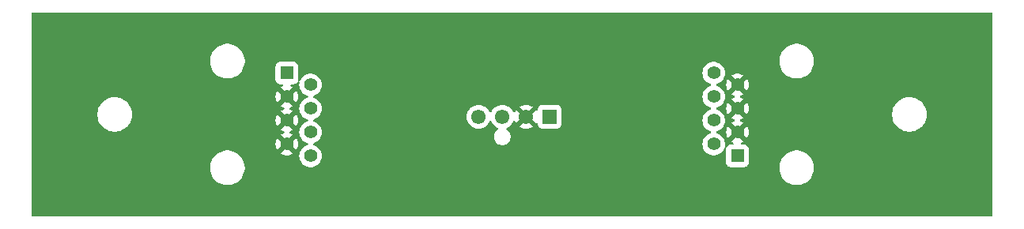
<source format=gbr>
%TF.GenerationSoftware,KiCad,Pcbnew,8.0.8*%
%TF.CreationDate,2025-03-10T16:10:23+01:00*%
%TF.ProjectId,DIYFAN _interface_V1,44495946-414e-4205-9f69-6e7465726661,rev?*%
%TF.SameCoordinates,Original*%
%TF.FileFunction,Copper,L1,Top*%
%TF.FilePolarity,Positive*%
%FSLAX46Y46*%
G04 Gerber Fmt 4.6, Leading zero omitted, Abs format (unit mm)*
G04 Created by KiCad (PCBNEW 8.0.8) date 2025-03-10 16:10:23*
%MOMM*%
%LPD*%
G01*
G04 APERTURE LIST*
%TA.AperFunction,ComponentPad*%
%ADD10C,1.400000*%
%TD*%
%TA.AperFunction,ComponentPad*%
%ADD11R,1.400000X1.400000*%
%TD*%
%TA.AperFunction,ComponentPad*%
%ADD12R,1.530000X1.530000*%
%TD*%
%TA.AperFunction,ComponentPad*%
%ADD13C,1.550000*%
%TD*%
G04 APERTURE END LIST*
D10*
%TO.P,J2,8,8*%
%TO.N,GND*%
X172842000Y-85725000D03*
%TO.P,J2,7,7*%
%TO.N,+12V*%
X175382000Y-86995000D03*
%TO.P,J2,6,6*%
%TO.N,GND*%
X172842000Y-88265000D03*
%TO.P,J2,5,5*%
%TO.N,+12V*%
X175382000Y-89535000D03*
%TO.P,J2,4,4*%
%TO.N,GND*%
X172842000Y-90805000D03*
%TO.P,J2,3,3*%
%TO.N,+12V*%
X175382000Y-92075000D03*
%TO.P,J2,2,2*%
%TO.N,unconnected-(J2-Pad2)*%
X172842000Y-93345000D03*
D11*
%TO.P,J2,1,1*%
%TO.N,PWM_D9*%
X175382000Y-94615000D03*
%TD*%
%TO.P,J1,1,1*%
%TO.N,PWM_D9*%
X127132000Y-85725000D03*
D10*
%TO.P,J1,2,2*%
%TO.N,unconnected-(J1-Pad2)*%
X129672000Y-86995000D03*
%TO.P,J1,3,3*%
%TO.N,+12V*%
X127132000Y-88265000D03*
%TO.P,J1,4,4*%
%TO.N,GND*%
X129672000Y-89535000D03*
%TO.P,J1,5,5*%
%TO.N,+12V*%
X127132000Y-90805000D03*
%TO.P,J1,6,6*%
%TO.N,GND*%
X129672000Y-92075000D03*
%TO.P,J1,7,7*%
%TO.N,+12V*%
X127132000Y-93345000D03*
%TO.P,J1,8,8*%
%TO.N,GND*%
X129672000Y-94615000D03*
%TD*%
D12*
%TO.P,J3,1,1*%
%TO.N,GND*%
X155286000Y-90415000D03*
D13*
%TO.P,J3,2,2*%
%TO.N,+12V*%
X152746000Y-90415000D03*
%TO.P,J3,3,3*%
%TO.N,unconnected-(J3-Pad3)*%
X150206000Y-90415000D03*
%TO.P,J3,4,4*%
%TO.N,PWM_D9*%
X147666000Y-90415000D03*
%TD*%
%TA.AperFunction,Conductor*%
%TO.N,+12V*%
G36*
X202642539Y-79260185D02*
G01*
X202688294Y-79312989D01*
X202699500Y-79364500D01*
X202699500Y-100975500D01*
X202679815Y-101042539D01*
X202627011Y-101088294D01*
X202575500Y-101099500D01*
X99938500Y-101099500D01*
X99871461Y-101079815D01*
X99825706Y-101027011D01*
X99814500Y-100975500D01*
X99814500Y-95763711D01*
X118931500Y-95763711D01*
X118931500Y-96006288D01*
X118963161Y-96246785D01*
X119025947Y-96481104D01*
X119118773Y-96705205D01*
X119118776Y-96705212D01*
X119240064Y-96915289D01*
X119240066Y-96915292D01*
X119240067Y-96915293D01*
X119387733Y-97107736D01*
X119387739Y-97107743D01*
X119559256Y-97279260D01*
X119559262Y-97279265D01*
X119751711Y-97426936D01*
X119961788Y-97548224D01*
X120185900Y-97641054D01*
X120420211Y-97703838D01*
X120600586Y-97727584D01*
X120660711Y-97735500D01*
X120660712Y-97735500D01*
X120903289Y-97735500D01*
X120951388Y-97729167D01*
X121143789Y-97703838D01*
X121378100Y-97641054D01*
X121602212Y-97548224D01*
X121812289Y-97426936D01*
X122004738Y-97279265D01*
X122176265Y-97107738D01*
X122323936Y-96915289D01*
X122445224Y-96705212D01*
X122538054Y-96481100D01*
X122600838Y-96246789D01*
X122632500Y-96006288D01*
X122632500Y-95763712D01*
X122631852Y-95758793D01*
X122607936Y-95577125D01*
X122600838Y-95523211D01*
X122538054Y-95288900D01*
X122445224Y-95064788D01*
X122323936Y-94854711D01*
X122176265Y-94662262D01*
X122176260Y-94662256D01*
X122004743Y-94490739D01*
X122004736Y-94490733D01*
X121812293Y-94343067D01*
X121812292Y-94343066D01*
X121812289Y-94343064D01*
X121602212Y-94221776D01*
X121500091Y-94179476D01*
X121378104Y-94128947D01*
X121143785Y-94066161D01*
X120903289Y-94034500D01*
X120903288Y-94034500D01*
X120660712Y-94034500D01*
X120660711Y-94034500D01*
X120420214Y-94066161D01*
X120185895Y-94128947D01*
X119961794Y-94221773D01*
X119961785Y-94221777D01*
X119751706Y-94343067D01*
X119559263Y-94490733D01*
X119559256Y-94490739D01*
X119387739Y-94662256D01*
X119387733Y-94662263D01*
X119240067Y-94854706D01*
X119118777Y-95064785D01*
X119118773Y-95064794D01*
X119025947Y-95288895D01*
X118963161Y-95523214D01*
X118931500Y-95763711D01*
X99814500Y-95763711D01*
X99814500Y-90048711D01*
X106861500Y-90048711D01*
X106861500Y-90291288D01*
X106893161Y-90531785D01*
X106955947Y-90766104D01*
X107048773Y-90990205D01*
X107048777Y-90990214D01*
X107051975Y-90995753D01*
X107170064Y-91200289D01*
X107170066Y-91200292D01*
X107170067Y-91200293D01*
X107317733Y-91392736D01*
X107317739Y-91392743D01*
X107489256Y-91564260D01*
X107489263Y-91564266D01*
X107587260Y-91639461D01*
X107681711Y-91711936D01*
X107891788Y-91833224D01*
X108115900Y-91926054D01*
X108350211Y-91988838D01*
X108530586Y-92012584D01*
X108590711Y-92020500D01*
X108590712Y-92020500D01*
X108833289Y-92020500D01*
X108881388Y-92014167D01*
X109073789Y-91988838D01*
X109308100Y-91926054D01*
X109532212Y-91833224D01*
X109742289Y-91711936D01*
X109934738Y-91564265D01*
X110106265Y-91392738D01*
X110253936Y-91200289D01*
X110375224Y-90990212D01*
X110468054Y-90766100D01*
X110530838Y-90531789D01*
X110562500Y-90291288D01*
X110562500Y-90048712D01*
X110530838Y-89808211D01*
X110468054Y-89573900D01*
X110375224Y-89349788D01*
X110253936Y-89139711D01*
X110106265Y-88947262D01*
X110106260Y-88947256D01*
X109934743Y-88775739D01*
X109934736Y-88775733D01*
X109742293Y-88628067D01*
X109742292Y-88628066D01*
X109742289Y-88628064D01*
X109532212Y-88506776D01*
X109483351Y-88486537D01*
X109308104Y-88413947D01*
X109164178Y-88375382D01*
X109073789Y-88351162D01*
X109073788Y-88351161D01*
X109073785Y-88351161D01*
X108833289Y-88319500D01*
X108833288Y-88319500D01*
X108590712Y-88319500D01*
X108590711Y-88319500D01*
X108350214Y-88351161D01*
X108115895Y-88413947D01*
X107891794Y-88506773D01*
X107891785Y-88506777D01*
X107681706Y-88628067D01*
X107489263Y-88775733D01*
X107489256Y-88775739D01*
X107317739Y-88947256D01*
X107317733Y-88947263D01*
X107170067Y-89139706D01*
X107170064Y-89139710D01*
X107170064Y-89139711D01*
X107161483Y-89154573D01*
X107048777Y-89349785D01*
X107048773Y-89349794D01*
X106955947Y-89573895D01*
X106893161Y-89808214D01*
X106861500Y-90048711D01*
X99814500Y-90048711D01*
X99814500Y-88264999D01*
X125926859Y-88264999D01*
X125926859Y-88265000D01*
X125947378Y-88486439D01*
X126008240Y-88700350D01*
X126107364Y-88899419D01*
X126107366Y-88899421D01*
X126123138Y-88920306D01*
X126689861Y-88353584D01*
X126712667Y-88438694D01*
X126771910Y-88541306D01*
X126855694Y-88625090D01*
X126958306Y-88684333D01*
X127043415Y-88707138D01*
X126478671Y-89271880D01*
X126594823Y-89343798D01*
X126594824Y-89343799D01*
X126789903Y-89419373D01*
X126845305Y-89461946D01*
X126868895Y-89527713D01*
X126853184Y-89595793D01*
X126803160Y-89644572D01*
X126789903Y-89650627D01*
X126594824Y-89726200D01*
X126594818Y-89726204D01*
X126478672Y-89798117D01*
X126478671Y-89798118D01*
X127043415Y-90362861D01*
X126958306Y-90385667D01*
X126855694Y-90444910D01*
X126771910Y-90528694D01*
X126712667Y-90631306D01*
X126689861Y-90716414D01*
X126123138Y-90149691D01*
X126123137Y-90149691D01*
X126107369Y-90170571D01*
X126008240Y-90369649D01*
X125947378Y-90583560D01*
X125926859Y-90804999D01*
X125926859Y-90805000D01*
X125947378Y-91026439D01*
X126008240Y-91240350D01*
X126107364Y-91439419D01*
X126107366Y-91439421D01*
X126123138Y-91460306D01*
X126689861Y-90893584D01*
X126712667Y-90978694D01*
X126771910Y-91081306D01*
X126855694Y-91165090D01*
X126958306Y-91224333D01*
X127043415Y-91247138D01*
X126478671Y-91811880D01*
X126594823Y-91883798D01*
X126594824Y-91883799D01*
X126789903Y-91959373D01*
X126845305Y-92001946D01*
X126868895Y-92067713D01*
X126853184Y-92135793D01*
X126803160Y-92184572D01*
X126789903Y-92190627D01*
X126594824Y-92266200D01*
X126594818Y-92266204D01*
X126478672Y-92338117D01*
X126478671Y-92338118D01*
X127043415Y-92902861D01*
X126958306Y-92925667D01*
X126855694Y-92984910D01*
X126771910Y-93068694D01*
X126712667Y-93171306D01*
X126689861Y-93256414D01*
X126123138Y-92689691D01*
X126123137Y-92689691D01*
X126107369Y-92710571D01*
X126008240Y-92909649D01*
X125947378Y-93123560D01*
X125926859Y-93344999D01*
X125926859Y-93345000D01*
X125947378Y-93566439D01*
X126008240Y-93780350D01*
X126107364Y-93979419D01*
X126107366Y-93979421D01*
X126123138Y-94000306D01*
X126689861Y-93433584D01*
X126712667Y-93518694D01*
X126771910Y-93621306D01*
X126855694Y-93705090D01*
X126958306Y-93764333D01*
X127043415Y-93787138D01*
X126478671Y-94351880D01*
X126594823Y-94423798D01*
X126594824Y-94423799D01*
X126802195Y-94504134D01*
X127020807Y-94545000D01*
X127243193Y-94545000D01*
X127461804Y-94504134D01*
X127669177Y-94423798D01*
X127669178Y-94423797D01*
X127785327Y-94351880D01*
X127220585Y-93787138D01*
X127305694Y-93764333D01*
X127408306Y-93705090D01*
X127492090Y-93621306D01*
X127551333Y-93518694D01*
X127574138Y-93433584D01*
X128140860Y-94000306D01*
X128140861Y-94000306D01*
X128156631Y-93979425D01*
X128156632Y-93979422D01*
X128255759Y-93780350D01*
X128316621Y-93566439D01*
X128337141Y-93345000D01*
X128337141Y-93344999D01*
X128316621Y-93123560D01*
X128255759Y-92909649D01*
X128156633Y-92710577D01*
X128156631Y-92710574D01*
X128140860Y-92689691D01*
X127574137Y-93256414D01*
X127551333Y-93171306D01*
X127492090Y-93068694D01*
X127408306Y-92984910D01*
X127305694Y-92925667D01*
X127220584Y-92902861D01*
X127785327Y-92338118D01*
X127785326Y-92338117D01*
X127669181Y-92266203D01*
X127669175Y-92266200D01*
X127474096Y-92190627D01*
X127418695Y-92148054D01*
X127395104Y-92082287D01*
X127410815Y-92014207D01*
X127460839Y-91965428D01*
X127474096Y-91959373D01*
X127669177Y-91883798D01*
X127669178Y-91883797D01*
X127785327Y-91811880D01*
X127220585Y-91247138D01*
X127305694Y-91224333D01*
X127408306Y-91165090D01*
X127492090Y-91081306D01*
X127551333Y-90978694D01*
X127574138Y-90893584D01*
X128140860Y-91460306D01*
X128140861Y-91460306D01*
X128156631Y-91439425D01*
X128156632Y-91439422D01*
X128255759Y-91240350D01*
X128316621Y-91026439D01*
X128337141Y-90805000D01*
X128337141Y-90804999D01*
X128316621Y-90583560D01*
X128255759Y-90369649D01*
X128156633Y-90170577D01*
X128156631Y-90170574D01*
X128140860Y-90149691D01*
X127574137Y-90716414D01*
X127551333Y-90631306D01*
X127492090Y-90528694D01*
X127408306Y-90444910D01*
X127305694Y-90385667D01*
X127220584Y-90362861D01*
X127785327Y-89798118D01*
X127785326Y-89798117D01*
X127669181Y-89726203D01*
X127669175Y-89726200D01*
X127474096Y-89650627D01*
X127418695Y-89608054D01*
X127395104Y-89542287D01*
X127410815Y-89474207D01*
X127460839Y-89425428D01*
X127474096Y-89419373D01*
X127669177Y-89343798D01*
X127669178Y-89343797D01*
X127785327Y-89271880D01*
X127220585Y-88707138D01*
X127305694Y-88684333D01*
X127408306Y-88625090D01*
X127492090Y-88541306D01*
X127551333Y-88438694D01*
X127574138Y-88353584D01*
X128140860Y-88920306D01*
X128140861Y-88920306D01*
X128156631Y-88899425D01*
X128156632Y-88899422D01*
X128255759Y-88700350D01*
X128316621Y-88486439D01*
X128337141Y-88265000D01*
X128337141Y-88264999D01*
X128316621Y-88043560D01*
X128255759Y-87829649D01*
X128156633Y-87630577D01*
X128156631Y-87630574D01*
X128140860Y-87609691D01*
X127574137Y-88176414D01*
X127551333Y-88091306D01*
X127492090Y-87988694D01*
X127408306Y-87904910D01*
X127305694Y-87845667D01*
X127220584Y-87822861D01*
X127785327Y-87258118D01*
X127785326Y-87258117D01*
X127669181Y-87186203D01*
X127669166Y-87186196D01*
X127614775Y-87165125D01*
X127559373Y-87122553D01*
X127535783Y-87056786D01*
X127551494Y-86988705D01*
X127601518Y-86939927D01*
X127659568Y-86925499D01*
X127879872Y-86925499D01*
X127939483Y-86919091D01*
X128074331Y-86868796D01*
X128189546Y-86782546D01*
X128264659Y-86682207D01*
X128320590Y-86640339D01*
X128390281Y-86635355D01*
X128451604Y-86668840D01*
X128485089Y-86730163D01*
X128487394Y-86767962D01*
X128466357Y-86994998D01*
X128466357Y-86995000D01*
X128486884Y-87216535D01*
X128486885Y-87216537D01*
X128547769Y-87430523D01*
X128547775Y-87430538D01*
X128646938Y-87629683D01*
X128646943Y-87629691D01*
X128781020Y-87807238D01*
X128945437Y-87957123D01*
X128945439Y-87957125D01*
X129134595Y-88074245D01*
X129134596Y-88074245D01*
X129134599Y-88074247D01*
X129328524Y-88149374D01*
X129383924Y-88191946D01*
X129407515Y-88257713D01*
X129391804Y-88325793D01*
X129341780Y-88374572D01*
X129328533Y-88380622D01*
X129180488Y-88437975D01*
X129134601Y-88455752D01*
X129134595Y-88455754D01*
X128945439Y-88572874D01*
X128945437Y-88572876D01*
X128781020Y-88722761D01*
X128646943Y-88900308D01*
X128646938Y-88900316D01*
X128547775Y-89099461D01*
X128547769Y-89099476D01*
X128486885Y-89313462D01*
X128486884Y-89313464D01*
X128466357Y-89534999D01*
X128466357Y-89535000D01*
X128486884Y-89756535D01*
X128486885Y-89756537D01*
X128547769Y-89970523D01*
X128547775Y-89970538D01*
X128646938Y-90169683D01*
X128646943Y-90169691D01*
X128781020Y-90347238D01*
X128945437Y-90497123D01*
X128945439Y-90497125D01*
X129134595Y-90614245D01*
X129134596Y-90614245D01*
X129134599Y-90614247D01*
X129328524Y-90689374D01*
X129383924Y-90731946D01*
X129407515Y-90797713D01*
X129391804Y-90865793D01*
X129341780Y-90914572D01*
X129328533Y-90920622D01*
X129251230Y-90950570D01*
X129134601Y-90995752D01*
X129134595Y-90995754D01*
X128945439Y-91112874D01*
X128945437Y-91112876D01*
X128781020Y-91262761D01*
X128646943Y-91440308D01*
X128646938Y-91440316D01*
X128547775Y-91639461D01*
X128547769Y-91639476D01*
X128486885Y-91853462D01*
X128486884Y-91853464D01*
X128466357Y-92074999D01*
X128466357Y-92075000D01*
X128486884Y-92296535D01*
X128486885Y-92296537D01*
X128547769Y-92510523D01*
X128547775Y-92510538D01*
X128646938Y-92709683D01*
X128646943Y-92709691D01*
X128781020Y-92887238D01*
X128945437Y-93037123D01*
X128945439Y-93037125D01*
X129134595Y-93154245D01*
X129134596Y-93154245D01*
X129134599Y-93154247D01*
X129328524Y-93229374D01*
X129383924Y-93271946D01*
X129407515Y-93337713D01*
X129391804Y-93405793D01*
X129341780Y-93454572D01*
X129328533Y-93460622D01*
X129180488Y-93517975D01*
X129134601Y-93535752D01*
X129134595Y-93535754D01*
X128945439Y-93652874D01*
X128945437Y-93652876D01*
X128781020Y-93802761D01*
X128646943Y-93980308D01*
X128646938Y-93980316D01*
X128547775Y-94179461D01*
X128547769Y-94179476D01*
X128486885Y-94393462D01*
X128486884Y-94393464D01*
X128466357Y-94614999D01*
X128466357Y-94615000D01*
X128486884Y-94836535D01*
X128486885Y-94836537D01*
X128547769Y-95050523D01*
X128547775Y-95050538D01*
X128646938Y-95249683D01*
X128646943Y-95249691D01*
X128781020Y-95427238D01*
X128945437Y-95577123D01*
X128945439Y-95577125D01*
X129134595Y-95694245D01*
X129134596Y-95694245D01*
X129134599Y-95694247D01*
X129342060Y-95774618D01*
X129560757Y-95815500D01*
X129560759Y-95815500D01*
X129783241Y-95815500D01*
X129783243Y-95815500D01*
X130001940Y-95774618D01*
X130209401Y-95694247D01*
X130398562Y-95577124D01*
X130562981Y-95427236D01*
X130697058Y-95249689D01*
X130796229Y-95050528D01*
X130857115Y-94836536D01*
X130877643Y-94615000D01*
X130857115Y-94393464D01*
X130796229Y-94179472D01*
X130785157Y-94157236D01*
X130697061Y-93980316D01*
X130697056Y-93980308D01*
X130562979Y-93802761D01*
X130398562Y-93652876D01*
X130398560Y-93652874D01*
X130209404Y-93535754D01*
X130209395Y-93535750D01*
X130115956Y-93499552D01*
X130015475Y-93460625D01*
X129960075Y-93418054D01*
X129936484Y-93352288D01*
X129952195Y-93284207D01*
X130002219Y-93235428D01*
X130015466Y-93229377D01*
X130209401Y-93154247D01*
X130398562Y-93037124D01*
X130562981Y-92887236D01*
X130697058Y-92709689D01*
X130796229Y-92510528D01*
X130857115Y-92296536D01*
X130877643Y-92075000D01*
X130857115Y-91853464D01*
X130796229Y-91639472D01*
X130788424Y-91623797D01*
X130697061Y-91440316D01*
X130697056Y-91440308D01*
X130562979Y-91262761D01*
X130398562Y-91112876D01*
X130398560Y-91112874D01*
X130209404Y-90995754D01*
X130209395Y-90995750D01*
X130091242Y-90949978D01*
X130015475Y-90920625D01*
X129960075Y-90878054D01*
X129936484Y-90812288D01*
X129952195Y-90744207D01*
X130002219Y-90695428D01*
X130015466Y-90689377D01*
X130209401Y-90614247D01*
X130398562Y-90497124D01*
X130488649Y-90414999D01*
X146385628Y-90414999D01*
X146385628Y-90415000D01*
X146405079Y-90637329D01*
X146405081Y-90637339D01*
X146462841Y-90852905D01*
X146462843Y-90852909D01*
X146462844Y-90852913D01*
X146557165Y-91055186D01*
X146685178Y-91238007D01*
X146842993Y-91395822D01*
X147025814Y-91523835D01*
X147228087Y-91618156D01*
X147228093Y-91618157D01*
X147228094Y-91618158D01*
X147253629Y-91625000D01*
X147443666Y-91675920D01*
X147621533Y-91691481D01*
X147665999Y-91695372D01*
X147666000Y-91695372D01*
X147666001Y-91695372D01*
X147703055Y-91692130D01*
X147888334Y-91675920D01*
X148103913Y-91618156D01*
X148306186Y-91523835D01*
X148489007Y-91395822D01*
X148646822Y-91238007D01*
X148774835Y-91055186D01*
X148823618Y-90950569D01*
X148869790Y-90898130D01*
X148936983Y-90878978D01*
X149003865Y-90899193D01*
X149048382Y-90950570D01*
X149069659Y-90996200D01*
X149097165Y-91055186D01*
X149225178Y-91238007D01*
X149382993Y-91395822D01*
X149565814Y-91523835D01*
X149715133Y-91593463D01*
X149767573Y-91639635D01*
X149786725Y-91706828D01*
X149766510Y-91773709D01*
X149731621Y-91808947D01*
X149631961Y-91875538D01*
X149506538Y-92000961D01*
X149506535Y-92000965D01*
X149407990Y-92148446D01*
X149407983Y-92148459D01*
X149340106Y-92312332D01*
X149340103Y-92312341D01*
X149305500Y-92486304D01*
X149305500Y-92663695D01*
X149340103Y-92837658D01*
X149340106Y-92837667D01*
X149407983Y-93001540D01*
X149407990Y-93001553D01*
X149506535Y-93149034D01*
X149506538Y-93149038D01*
X149631961Y-93274461D01*
X149631965Y-93274464D01*
X149779446Y-93373009D01*
X149779459Y-93373016D01*
X149879615Y-93414501D01*
X149943334Y-93440894D01*
X149943336Y-93440894D01*
X149943341Y-93440896D01*
X150117304Y-93475499D01*
X150117307Y-93475500D01*
X150117309Y-93475500D01*
X150294693Y-93475500D01*
X150294694Y-93475499D01*
X150369462Y-93460627D01*
X150468658Y-93440896D01*
X150468661Y-93440894D01*
X150468666Y-93440894D01*
X150632547Y-93373013D01*
X150780035Y-93274464D01*
X150905464Y-93149035D01*
X151004013Y-93001547D01*
X151071894Y-92837666D01*
X151106500Y-92663691D01*
X151106500Y-92486309D01*
X151106500Y-92486306D01*
X151106499Y-92486304D01*
X151071896Y-92312341D01*
X151071893Y-92312332D01*
X151004016Y-92148459D01*
X151004009Y-92148446D01*
X150905464Y-92000965D01*
X150905461Y-92000961D01*
X150780038Y-91875538D01*
X150780034Y-91875535D01*
X150680379Y-91808947D01*
X150635574Y-91755334D01*
X150626867Y-91686009D01*
X150657022Y-91622982D01*
X150696859Y-91593466D01*
X150846186Y-91523835D01*
X151029007Y-91395822D01*
X151186822Y-91238007D01*
X151314835Y-91055186D01*
X151363894Y-90949977D01*
X151410066Y-90897538D01*
X151477259Y-90878386D01*
X151544141Y-90898601D01*
X151588658Y-90949978D01*
X151637596Y-91054928D01*
X151684924Y-91122520D01*
X152254871Y-90552574D01*
X152270755Y-90611853D01*
X152337898Y-90728147D01*
X152432853Y-90823102D01*
X152549147Y-90890245D01*
X152608425Y-90906128D01*
X152038477Y-91476074D01*
X152106066Y-91523400D01*
X152106068Y-91523401D01*
X152308252Y-91617681D01*
X152308263Y-91617685D01*
X152523751Y-91675425D01*
X152523758Y-91675426D01*
X152745998Y-91694870D01*
X152746002Y-91694870D01*
X152968241Y-91675426D01*
X152968248Y-91675425D01*
X153183736Y-91617685D01*
X153183747Y-91617681D01*
X153385931Y-91523401D01*
X153385941Y-91523395D01*
X153453521Y-91476075D01*
X152883574Y-90906128D01*
X152942853Y-90890245D01*
X153059147Y-90823102D01*
X153154102Y-90728147D01*
X153221245Y-90611853D01*
X153237128Y-90552574D01*
X153807075Y-91122521D01*
X153817805Y-91121582D01*
X153849500Y-91096247D01*
X153918998Y-91089053D01*
X153981354Y-91120575D01*
X154016768Y-91180804D01*
X154020500Y-91210989D01*
X154020500Y-91227867D01*
X154020501Y-91227876D01*
X154026908Y-91287483D01*
X154077202Y-91422328D01*
X154077206Y-91422335D01*
X154163452Y-91537544D01*
X154163455Y-91537547D01*
X154278664Y-91623793D01*
X154278671Y-91623797D01*
X154413517Y-91674091D01*
X154413516Y-91674091D01*
X154420444Y-91674835D01*
X154473127Y-91680500D01*
X156098872Y-91680499D01*
X156158483Y-91674091D01*
X156293331Y-91623796D01*
X156408546Y-91537546D01*
X156494796Y-91422331D01*
X156545091Y-91287483D01*
X156551500Y-91227873D01*
X156551499Y-89602128D01*
X156545091Y-89542517D01*
X156545005Y-89542287D01*
X156494797Y-89407671D01*
X156494793Y-89407664D01*
X156408547Y-89292455D01*
X156408544Y-89292452D01*
X156293335Y-89206206D01*
X156293328Y-89206202D01*
X156158482Y-89155908D01*
X156158483Y-89155908D01*
X156098883Y-89149501D01*
X156098881Y-89149500D01*
X156098873Y-89149500D01*
X156098864Y-89149500D01*
X154473129Y-89149500D01*
X154473123Y-89149501D01*
X154413516Y-89155908D01*
X154278671Y-89206202D01*
X154278664Y-89206206D01*
X154163455Y-89292452D01*
X154163452Y-89292455D01*
X154077206Y-89407664D01*
X154077202Y-89407671D01*
X154026908Y-89542517D01*
X154021181Y-89595793D01*
X154020501Y-89602123D01*
X154020500Y-89602135D01*
X154020500Y-89619002D01*
X154000815Y-89686041D01*
X153948011Y-89731796D01*
X153878853Y-89741740D01*
X153815297Y-89712715D01*
X153810873Y-89707809D01*
X153807074Y-89707477D01*
X153237128Y-90277424D01*
X153221245Y-90218147D01*
X153154102Y-90101853D01*
X153059147Y-90006898D01*
X152942853Y-89939755D01*
X152883574Y-89923871D01*
X153453521Y-89353924D01*
X153385928Y-89306596D01*
X153183747Y-89212318D01*
X153183736Y-89212314D01*
X152968248Y-89154574D01*
X152968241Y-89154573D01*
X152746002Y-89135130D01*
X152745998Y-89135130D01*
X152523758Y-89154573D01*
X152523751Y-89154574D01*
X152308263Y-89212314D01*
X152308252Y-89212318D01*
X152106064Y-89306600D01*
X152106062Y-89306601D01*
X152038478Y-89353923D01*
X152038477Y-89353924D01*
X152608425Y-89923871D01*
X152549147Y-89939755D01*
X152432853Y-90006898D01*
X152337898Y-90101853D01*
X152270755Y-90218147D01*
X152254871Y-90277424D01*
X151684924Y-89707477D01*
X151684923Y-89707478D01*
X151637602Y-89775061D01*
X151588658Y-89880022D01*
X151542486Y-89932461D01*
X151475292Y-89951613D01*
X151408411Y-89931397D01*
X151363894Y-89880022D01*
X151314835Y-89774814D01*
X151302037Y-89756537D01*
X151186822Y-89591993D01*
X151029007Y-89434178D01*
X150846186Y-89306165D01*
X150643913Y-89211844D01*
X150643909Y-89211843D01*
X150643905Y-89211841D01*
X150428339Y-89154081D01*
X150428329Y-89154079D01*
X150206001Y-89134628D01*
X150205999Y-89134628D01*
X149983670Y-89154079D01*
X149983660Y-89154081D01*
X149768094Y-89211841D01*
X149768087Y-89211843D01*
X149768087Y-89211844D01*
X149565814Y-89306165D01*
X149382993Y-89434178D01*
X149382991Y-89434179D01*
X149382988Y-89434182D01*
X149225182Y-89591988D01*
X149225179Y-89591991D01*
X149225178Y-89591993D01*
X149213932Y-89608054D01*
X149097164Y-89774814D01*
X149048382Y-89879430D01*
X149002210Y-89931869D01*
X148935016Y-89951021D01*
X148868135Y-89930805D01*
X148823618Y-89879430D01*
X148774835Y-89774814D01*
X148762037Y-89756537D01*
X148646822Y-89591993D01*
X148489007Y-89434178D01*
X148306186Y-89306165D01*
X148103913Y-89211844D01*
X148103909Y-89211843D01*
X148103905Y-89211841D01*
X147888339Y-89154081D01*
X147888329Y-89154079D01*
X147666001Y-89134628D01*
X147665999Y-89134628D01*
X147443670Y-89154079D01*
X147443660Y-89154081D01*
X147228094Y-89211841D01*
X147228087Y-89211843D01*
X147228087Y-89211844D01*
X147025814Y-89306165D01*
X146842993Y-89434178D01*
X146842991Y-89434179D01*
X146842988Y-89434182D01*
X146685182Y-89591988D01*
X146685179Y-89591991D01*
X146685178Y-89591993D01*
X146557165Y-89774814D01*
X146465903Y-89970528D01*
X146462845Y-89977085D01*
X146462841Y-89977094D01*
X146405081Y-90192660D01*
X146405079Y-90192670D01*
X146385628Y-90414999D01*
X130488649Y-90414999D01*
X130562981Y-90347236D01*
X130697058Y-90169689D01*
X130796229Y-89970528D01*
X130857115Y-89756536D01*
X130877643Y-89535000D01*
X130857115Y-89313464D01*
X130796229Y-89099472D01*
X130785157Y-89077236D01*
X130697061Y-88900316D01*
X130697056Y-88900308D01*
X130562979Y-88722761D01*
X130398562Y-88572876D01*
X130398560Y-88572874D01*
X130209404Y-88455754D01*
X130209395Y-88455750D01*
X130115956Y-88419552D01*
X130015475Y-88380625D01*
X129960075Y-88338054D01*
X129936484Y-88272288D01*
X129952195Y-88204207D01*
X130002219Y-88155428D01*
X130015466Y-88149377D01*
X130209401Y-88074247D01*
X130398562Y-87957124D01*
X130562981Y-87807236D01*
X130697058Y-87629689D01*
X130796229Y-87430528D01*
X130857115Y-87216536D01*
X130877643Y-86995000D01*
X130857115Y-86773464D01*
X130796229Y-86559472D01*
X130782790Y-86532483D01*
X130697061Y-86360316D01*
X130697056Y-86360308D01*
X130562979Y-86182761D01*
X130398562Y-86032876D01*
X130398560Y-86032874D01*
X130209404Y-85915754D01*
X130209398Y-85915752D01*
X130001940Y-85835382D01*
X129783243Y-85794500D01*
X129560757Y-85794500D01*
X129342060Y-85835382D01*
X129210864Y-85886207D01*
X129134601Y-85915752D01*
X129134595Y-85915754D01*
X128945439Y-86032874D01*
X128945437Y-86032876D01*
X128781020Y-86182761D01*
X128646943Y-86360308D01*
X128646938Y-86360316D01*
X128567499Y-86519850D01*
X128519995Y-86571087D01*
X128452332Y-86588508D01*
X128385992Y-86566582D01*
X128342037Y-86512270D01*
X128332499Y-86464582D01*
X128332499Y-85724999D01*
X171636357Y-85724999D01*
X171636357Y-85725000D01*
X171656884Y-85946535D01*
X171656885Y-85946537D01*
X171717769Y-86160523D01*
X171717775Y-86160538D01*
X171816938Y-86359683D01*
X171816943Y-86359691D01*
X171951020Y-86537238D01*
X172115437Y-86687123D01*
X172115439Y-86687125D01*
X172304595Y-86804245D01*
X172304596Y-86804245D01*
X172304599Y-86804247D01*
X172498524Y-86879374D01*
X172553924Y-86921946D01*
X172577515Y-86987713D01*
X172561804Y-87055793D01*
X172511780Y-87104572D01*
X172498533Y-87110622D01*
X172357846Y-87165125D01*
X172304601Y-87185752D01*
X172304595Y-87185754D01*
X172115439Y-87302874D01*
X172115437Y-87302876D01*
X171951020Y-87452761D01*
X171816943Y-87630308D01*
X171816938Y-87630316D01*
X171717775Y-87829461D01*
X171717769Y-87829476D01*
X171656885Y-88043462D01*
X171656884Y-88043464D01*
X171636357Y-88264999D01*
X171636357Y-88265000D01*
X171656884Y-88486535D01*
X171656885Y-88486537D01*
X171717769Y-88700523D01*
X171717775Y-88700538D01*
X171816938Y-88899683D01*
X171816943Y-88899691D01*
X171951020Y-89077238D01*
X172115437Y-89227123D01*
X172115439Y-89227125D01*
X172304595Y-89344245D01*
X172304596Y-89344245D01*
X172304599Y-89344247D01*
X172498524Y-89419374D01*
X172553924Y-89461946D01*
X172577515Y-89527713D01*
X172561804Y-89595793D01*
X172511780Y-89644572D01*
X172498533Y-89650622D01*
X172351775Y-89707477D01*
X172304601Y-89725752D01*
X172304595Y-89725754D01*
X172115439Y-89842874D01*
X172115437Y-89842876D01*
X171951020Y-89992761D01*
X171816943Y-90170308D01*
X171816938Y-90170316D01*
X171717775Y-90369461D01*
X171717769Y-90369476D01*
X171656885Y-90583462D01*
X171656884Y-90583464D01*
X171636357Y-90804999D01*
X171636357Y-90805000D01*
X171656884Y-91026535D01*
X171656885Y-91026537D01*
X171717769Y-91240523D01*
X171717775Y-91240538D01*
X171816938Y-91439683D01*
X171816943Y-91439691D01*
X171951020Y-91617238D01*
X172115437Y-91767123D01*
X172115439Y-91767125D01*
X172304595Y-91884245D01*
X172304596Y-91884245D01*
X172304599Y-91884247D01*
X172498524Y-91959374D01*
X172553924Y-92001946D01*
X172577515Y-92067713D01*
X172561804Y-92135793D01*
X172511780Y-92184572D01*
X172498533Y-92190622D01*
X172350488Y-92247975D01*
X172304601Y-92265752D01*
X172304595Y-92265754D01*
X172115439Y-92382874D01*
X172115437Y-92382876D01*
X171951020Y-92532761D01*
X171816943Y-92710308D01*
X171816938Y-92710316D01*
X171717775Y-92909461D01*
X171717769Y-92909476D01*
X171656885Y-93123462D01*
X171656884Y-93123464D01*
X171636357Y-93344999D01*
X171636357Y-93345000D01*
X171656884Y-93566535D01*
X171656885Y-93566537D01*
X171717769Y-93780523D01*
X171717775Y-93780538D01*
X171816938Y-93979683D01*
X171816943Y-93979691D01*
X171951020Y-94157238D01*
X172115437Y-94307123D01*
X172115439Y-94307125D01*
X172304595Y-94424245D01*
X172304596Y-94424245D01*
X172304599Y-94424247D01*
X172512060Y-94504618D01*
X172730757Y-94545500D01*
X172730759Y-94545500D01*
X172953241Y-94545500D01*
X172953243Y-94545500D01*
X173171940Y-94504618D01*
X173379401Y-94424247D01*
X173568562Y-94307124D01*
X173732981Y-94157236D01*
X173867058Y-93979689D01*
X173946500Y-93820149D01*
X173994003Y-93768912D01*
X174061666Y-93751491D01*
X174128006Y-93773417D01*
X174171961Y-93827728D01*
X174181500Y-93875421D01*
X174181500Y-95362870D01*
X174181501Y-95362876D01*
X174187908Y-95422483D01*
X174238202Y-95557328D01*
X174238206Y-95557335D01*
X174324452Y-95672544D01*
X174324455Y-95672547D01*
X174439664Y-95758793D01*
X174439671Y-95758797D01*
X174574517Y-95809091D01*
X174574516Y-95809091D01*
X174581444Y-95809835D01*
X174634127Y-95815500D01*
X176129872Y-95815499D01*
X176189483Y-95809091D01*
X176311153Y-95763711D01*
X179881500Y-95763711D01*
X179881500Y-96006288D01*
X179913161Y-96246785D01*
X179975947Y-96481104D01*
X180068773Y-96705205D01*
X180068776Y-96705212D01*
X180190064Y-96915289D01*
X180190066Y-96915292D01*
X180190067Y-96915293D01*
X180337733Y-97107736D01*
X180337739Y-97107743D01*
X180509256Y-97279260D01*
X180509262Y-97279265D01*
X180701711Y-97426936D01*
X180911788Y-97548224D01*
X181135900Y-97641054D01*
X181370211Y-97703838D01*
X181550586Y-97727584D01*
X181610711Y-97735500D01*
X181610712Y-97735500D01*
X181853289Y-97735500D01*
X181901388Y-97729167D01*
X182093789Y-97703838D01*
X182328100Y-97641054D01*
X182552212Y-97548224D01*
X182762289Y-97426936D01*
X182954738Y-97279265D01*
X183126265Y-97107738D01*
X183273936Y-96915289D01*
X183395224Y-96705212D01*
X183488054Y-96481100D01*
X183550838Y-96246789D01*
X183582500Y-96006288D01*
X183582500Y-95763712D01*
X183581852Y-95758793D01*
X183557936Y-95577125D01*
X183550838Y-95523211D01*
X183488054Y-95288900D01*
X183395224Y-95064788D01*
X183273936Y-94854711D01*
X183126265Y-94662262D01*
X183126260Y-94662256D01*
X182954743Y-94490739D01*
X182954736Y-94490733D01*
X182762293Y-94343067D01*
X182762292Y-94343066D01*
X182762289Y-94343064D01*
X182552212Y-94221776D01*
X182450091Y-94179476D01*
X182328104Y-94128947D01*
X182093785Y-94066161D01*
X181853289Y-94034500D01*
X181853288Y-94034500D01*
X181610712Y-94034500D01*
X181610711Y-94034500D01*
X181370214Y-94066161D01*
X181135895Y-94128947D01*
X180911794Y-94221773D01*
X180911785Y-94221777D01*
X180701706Y-94343067D01*
X180509263Y-94490733D01*
X180509256Y-94490739D01*
X180337739Y-94662256D01*
X180337733Y-94662263D01*
X180190067Y-94854706D01*
X180068777Y-95064785D01*
X180068773Y-95064794D01*
X179975947Y-95288895D01*
X179913161Y-95523214D01*
X179881500Y-95763711D01*
X176311153Y-95763711D01*
X176324331Y-95758796D01*
X176439546Y-95672546D01*
X176525796Y-95557331D01*
X176576091Y-95422483D01*
X176582500Y-95362873D01*
X176582499Y-93867128D01*
X176576091Y-93807517D01*
X176574318Y-93802764D01*
X176525797Y-93672671D01*
X176525793Y-93672664D01*
X176439547Y-93557455D01*
X176439544Y-93557452D01*
X176324335Y-93471206D01*
X176324328Y-93471202D01*
X176189482Y-93420908D01*
X176189483Y-93420908D01*
X176129883Y-93414501D01*
X176129881Y-93414500D01*
X176129873Y-93414500D01*
X176129865Y-93414500D01*
X175909570Y-93414500D01*
X175842531Y-93394815D01*
X175796776Y-93342011D01*
X175786832Y-93272853D01*
X175815857Y-93209297D01*
X175864777Y-93174873D01*
X175919174Y-93153799D01*
X175919178Y-93153797D01*
X176035327Y-93081880D01*
X175470585Y-92517138D01*
X175555694Y-92494333D01*
X175658306Y-92435090D01*
X175742090Y-92351306D01*
X175801333Y-92248694D01*
X175824138Y-92163584D01*
X176390860Y-92730306D01*
X176390861Y-92730306D01*
X176406631Y-92709425D01*
X176406632Y-92709422D01*
X176505759Y-92510350D01*
X176566621Y-92296439D01*
X176587141Y-92075000D01*
X176587141Y-92074999D01*
X176566621Y-91853560D01*
X176505759Y-91639649D01*
X176406633Y-91440577D01*
X176406631Y-91440574D01*
X176390860Y-91419691D01*
X175824137Y-91986414D01*
X175801333Y-91901306D01*
X175742090Y-91798694D01*
X175658306Y-91714910D01*
X175555694Y-91655667D01*
X175470584Y-91632861D01*
X176035327Y-91068118D01*
X176035326Y-91068117D01*
X175919181Y-90996203D01*
X175919175Y-90996200D01*
X175724096Y-90920627D01*
X175668695Y-90878054D01*
X175645104Y-90812287D01*
X175660815Y-90744207D01*
X175710839Y-90695428D01*
X175724096Y-90689373D01*
X175919177Y-90613798D01*
X175919178Y-90613797D01*
X176035327Y-90541880D01*
X175470585Y-89977138D01*
X175555694Y-89954333D01*
X175658306Y-89895090D01*
X175742090Y-89811306D01*
X175801333Y-89708694D01*
X175824138Y-89623584D01*
X176390860Y-90190306D01*
X176390861Y-90190306D01*
X176406631Y-90169425D01*
X176406632Y-90169422D01*
X176466739Y-90048711D01*
X191951500Y-90048711D01*
X191951500Y-90291288D01*
X191983161Y-90531785D01*
X192045947Y-90766104D01*
X192138773Y-90990205D01*
X192138777Y-90990214D01*
X192141975Y-90995753D01*
X192260064Y-91200289D01*
X192260066Y-91200292D01*
X192260067Y-91200293D01*
X192407733Y-91392736D01*
X192407739Y-91392743D01*
X192579256Y-91564260D01*
X192579263Y-91564266D01*
X192677260Y-91639461D01*
X192771711Y-91711936D01*
X192981788Y-91833224D01*
X193205900Y-91926054D01*
X193440211Y-91988838D01*
X193620586Y-92012584D01*
X193680711Y-92020500D01*
X193680712Y-92020500D01*
X193923289Y-92020500D01*
X193971388Y-92014167D01*
X194163789Y-91988838D01*
X194398100Y-91926054D01*
X194622212Y-91833224D01*
X194832289Y-91711936D01*
X195024738Y-91564265D01*
X195196265Y-91392738D01*
X195343936Y-91200289D01*
X195465224Y-90990212D01*
X195558054Y-90766100D01*
X195620838Y-90531789D01*
X195652500Y-90291288D01*
X195652500Y-90048712D01*
X195620838Y-89808211D01*
X195558054Y-89573900D01*
X195465224Y-89349788D01*
X195343936Y-89139711D01*
X195196265Y-88947262D01*
X195196260Y-88947256D01*
X195024743Y-88775739D01*
X195024736Y-88775733D01*
X194832293Y-88628067D01*
X194832292Y-88628066D01*
X194832289Y-88628064D01*
X194622212Y-88506776D01*
X194573351Y-88486537D01*
X194398104Y-88413947D01*
X194254178Y-88375382D01*
X194163789Y-88351162D01*
X194163788Y-88351161D01*
X194163785Y-88351161D01*
X193923289Y-88319500D01*
X193923288Y-88319500D01*
X193680712Y-88319500D01*
X193680711Y-88319500D01*
X193440214Y-88351161D01*
X193205895Y-88413947D01*
X192981794Y-88506773D01*
X192981785Y-88506777D01*
X192771706Y-88628067D01*
X192579263Y-88775733D01*
X192579256Y-88775739D01*
X192407739Y-88947256D01*
X192407733Y-88947263D01*
X192260067Y-89139706D01*
X192260064Y-89139710D01*
X192260064Y-89139711D01*
X192251483Y-89154573D01*
X192138777Y-89349785D01*
X192138773Y-89349794D01*
X192045947Y-89573895D01*
X191983161Y-89808214D01*
X191951500Y-90048711D01*
X176466739Y-90048711D01*
X176505759Y-89970350D01*
X176566621Y-89756439D01*
X176587141Y-89535000D01*
X176587141Y-89534999D01*
X176566621Y-89313560D01*
X176505759Y-89099649D01*
X176406633Y-88900577D01*
X176406631Y-88900574D01*
X176390860Y-88879691D01*
X175824137Y-89446414D01*
X175801333Y-89361306D01*
X175742090Y-89258694D01*
X175658306Y-89174910D01*
X175555694Y-89115667D01*
X175470584Y-89092861D01*
X176035327Y-88528118D01*
X176035326Y-88528117D01*
X175919181Y-88456203D01*
X175919175Y-88456200D01*
X175724096Y-88380627D01*
X175668695Y-88338054D01*
X175645104Y-88272287D01*
X175660815Y-88204207D01*
X175710839Y-88155428D01*
X175724096Y-88149373D01*
X175919177Y-88073798D01*
X175919178Y-88073797D01*
X176035327Y-88001880D01*
X175470585Y-87437138D01*
X175555694Y-87414333D01*
X175658306Y-87355090D01*
X175742090Y-87271306D01*
X175801333Y-87168694D01*
X175824138Y-87083584D01*
X176390860Y-87650306D01*
X176390861Y-87650306D01*
X176406631Y-87629425D01*
X176406632Y-87629422D01*
X176505759Y-87430350D01*
X176566621Y-87216439D01*
X176587141Y-86995000D01*
X176587141Y-86994999D01*
X176566621Y-86773560D01*
X176505759Y-86559649D01*
X176406633Y-86360577D01*
X176406631Y-86360574D01*
X176390860Y-86339691D01*
X175824137Y-86906414D01*
X175801333Y-86821306D01*
X175742090Y-86718694D01*
X175658306Y-86634910D01*
X175555694Y-86575667D01*
X175470584Y-86552861D01*
X176035327Y-85988118D01*
X176035326Y-85988117D01*
X175919181Y-85916203D01*
X175919175Y-85916200D01*
X175711804Y-85835865D01*
X175493193Y-85795000D01*
X175270807Y-85795000D01*
X175052195Y-85835865D01*
X174844824Y-85916200D01*
X174844818Y-85916204D01*
X174728672Y-85988117D01*
X174728671Y-85988118D01*
X175293415Y-86552861D01*
X175208306Y-86575667D01*
X175105694Y-86634910D01*
X175021910Y-86718694D01*
X174962667Y-86821306D01*
X174939861Y-86906414D01*
X174373138Y-86339691D01*
X174373137Y-86339691D01*
X174357369Y-86360571D01*
X174258240Y-86559649D01*
X174197378Y-86773560D01*
X174176859Y-86994999D01*
X174176859Y-86995000D01*
X174197378Y-87216439D01*
X174258240Y-87430350D01*
X174357364Y-87629419D01*
X174357366Y-87629421D01*
X174373138Y-87650306D01*
X174939861Y-87083584D01*
X174962667Y-87168694D01*
X175021910Y-87271306D01*
X175105694Y-87355090D01*
X175208306Y-87414333D01*
X175293415Y-87437138D01*
X174728671Y-88001880D01*
X174844823Y-88073798D01*
X174844824Y-88073799D01*
X175039903Y-88149373D01*
X175095305Y-88191946D01*
X175118895Y-88257713D01*
X175103184Y-88325793D01*
X175053160Y-88374572D01*
X175039903Y-88380627D01*
X174844824Y-88456200D01*
X174844818Y-88456204D01*
X174728672Y-88528117D01*
X174728671Y-88528118D01*
X175293415Y-89092861D01*
X175208306Y-89115667D01*
X175105694Y-89174910D01*
X175021910Y-89258694D01*
X174962667Y-89361306D01*
X174939861Y-89446414D01*
X174373138Y-88879691D01*
X174373137Y-88879691D01*
X174357369Y-88900571D01*
X174258240Y-89099649D01*
X174197378Y-89313560D01*
X174176859Y-89534999D01*
X174176859Y-89535000D01*
X174197378Y-89756439D01*
X174258240Y-89970350D01*
X174357364Y-90169419D01*
X174357366Y-90169421D01*
X174373138Y-90190306D01*
X174939861Y-89623584D01*
X174962667Y-89708694D01*
X175021910Y-89811306D01*
X175105694Y-89895090D01*
X175208306Y-89954333D01*
X175293415Y-89977138D01*
X174728671Y-90541880D01*
X174844823Y-90613798D01*
X174844824Y-90613799D01*
X175039903Y-90689373D01*
X175095305Y-90731946D01*
X175118895Y-90797713D01*
X175103184Y-90865793D01*
X175053160Y-90914572D01*
X175039903Y-90920627D01*
X174844824Y-90996200D01*
X174844818Y-90996204D01*
X174728672Y-91068117D01*
X174728671Y-91068118D01*
X175293415Y-91632861D01*
X175208306Y-91655667D01*
X175105694Y-91714910D01*
X175021910Y-91798694D01*
X174962667Y-91901306D01*
X174939861Y-91986414D01*
X174373138Y-91419691D01*
X174373137Y-91419691D01*
X174357369Y-91440571D01*
X174258240Y-91639649D01*
X174197378Y-91853560D01*
X174176859Y-92074999D01*
X174176859Y-92075000D01*
X174197378Y-92296439D01*
X174258240Y-92510350D01*
X174357364Y-92709419D01*
X174357366Y-92709421D01*
X174373138Y-92730306D01*
X174939861Y-92163584D01*
X174962667Y-92248694D01*
X175021910Y-92351306D01*
X175105694Y-92435090D01*
X175208306Y-92494333D01*
X175293415Y-92517138D01*
X174728671Y-93081880D01*
X174844823Y-93153798D01*
X174844827Y-93153800D01*
X174899223Y-93174873D01*
X174954625Y-93217445D01*
X174978216Y-93283212D01*
X174962505Y-93351293D01*
X174912482Y-93400072D01*
X174854431Y-93414500D01*
X174634130Y-93414500D01*
X174634123Y-93414501D01*
X174574516Y-93420908D01*
X174439671Y-93471202D01*
X174439664Y-93471206D01*
X174324455Y-93557452D01*
X174249342Y-93657790D01*
X174193408Y-93699660D01*
X174123717Y-93704644D01*
X174062394Y-93671158D01*
X174028909Y-93609835D01*
X174026605Y-93572037D01*
X174027957Y-93557454D01*
X174047643Y-93345000D01*
X174035823Y-93217445D01*
X174027115Y-93123464D01*
X174027114Y-93123462D01*
X174011531Y-93068694D01*
X173966229Y-92909472D01*
X173955157Y-92887236D01*
X173867061Y-92710316D01*
X173867056Y-92710308D01*
X173732979Y-92532761D01*
X173568562Y-92382876D01*
X173568560Y-92382874D01*
X173379404Y-92265754D01*
X173379395Y-92265750D01*
X173285956Y-92229552D01*
X173185475Y-92190625D01*
X173130075Y-92148054D01*
X173106484Y-92082288D01*
X173122195Y-92014207D01*
X173172219Y-91965428D01*
X173185466Y-91959377D01*
X173379401Y-91884247D01*
X173568562Y-91767124D01*
X173731974Y-91618154D01*
X173732979Y-91617238D01*
X173750934Y-91593463D01*
X173867058Y-91439689D01*
X173966229Y-91240528D01*
X174027115Y-91026536D01*
X174047643Y-90805000D01*
X174044038Y-90766100D01*
X174027115Y-90583464D01*
X174027114Y-90583462D01*
X174011531Y-90528694D01*
X173966229Y-90369472D01*
X173878187Y-90192660D01*
X173867061Y-90170316D01*
X173867056Y-90170308D01*
X173732979Y-89992761D01*
X173568562Y-89842876D01*
X173568560Y-89842874D01*
X173379404Y-89725754D01*
X173379395Y-89725750D01*
X173276893Y-89686041D01*
X173185475Y-89650625D01*
X173130075Y-89608054D01*
X173106484Y-89542288D01*
X173122195Y-89474207D01*
X173172219Y-89425428D01*
X173185466Y-89419377D01*
X173379401Y-89344247D01*
X173568562Y-89227124D01*
X173732981Y-89077236D01*
X173867058Y-88899689D01*
X173966229Y-88700528D01*
X174027115Y-88486536D01*
X174047643Y-88265000D01*
X174027115Y-88043464D01*
X173966229Y-87829472D01*
X173955157Y-87807236D01*
X173867061Y-87630316D01*
X173867056Y-87630308D01*
X173732979Y-87452761D01*
X173568562Y-87302876D01*
X173568560Y-87302874D01*
X173379404Y-87185754D01*
X173379395Y-87185750D01*
X173285956Y-87149552D01*
X173185475Y-87110625D01*
X173130075Y-87068054D01*
X173106484Y-87002288D01*
X173122195Y-86934207D01*
X173172219Y-86885428D01*
X173185466Y-86879377D01*
X173379401Y-86804247D01*
X173568562Y-86687124D01*
X173732981Y-86537236D01*
X173867058Y-86359689D01*
X173966229Y-86160528D01*
X174027115Y-85946536D01*
X174047643Y-85725000D01*
X174027115Y-85503464D01*
X173966229Y-85289472D01*
X173966224Y-85289461D01*
X173867061Y-85090316D01*
X173867056Y-85090308D01*
X173732979Y-84912761D01*
X173568562Y-84762876D01*
X173568560Y-84762874D01*
X173379404Y-84645754D01*
X173379398Y-84645752D01*
X173171940Y-84565382D01*
X172953243Y-84524500D01*
X172730757Y-84524500D01*
X172512060Y-84565382D01*
X172471219Y-84581204D01*
X172304601Y-84645752D01*
X172304595Y-84645754D01*
X172115439Y-84762874D01*
X172115437Y-84762876D01*
X171951020Y-84912761D01*
X171816943Y-85090308D01*
X171816938Y-85090316D01*
X171717775Y-85289461D01*
X171717769Y-85289476D01*
X171656885Y-85503462D01*
X171656884Y-85503464D01*
X171636357Y-85724999D01*
X128332499Y-85724999D01*
X128332499Y-84977128D01*
X128326091Y-84917517D01*
X128324318Y-84912764D01*
X128275797Y-84782671D01*
X128275793Y-84782664D01*
X128189547Y-84667455D01*
X128189544Y-84667452D01*
X128074335Y-84581206D01*
X128074328Y-84581202D01*
X127939482Y-84530908D01*
X127939483Y-84530908D01*
X127879883Y-84524501D01*
X127879881Y-84524500D01*
X127879873Y-84524500D01*
X127879864Y-84524500D01*
X126384129Y-84524500D01*
X126384123Y-84524501D01*
X126324516Y-84530908D01*
X126189671Y-84581202D01*
X126189664Y-84581206D01*
X126074455Y-84667452D01*
X126074452Y-84667455D01*
X125988206Y-84782664D01*
X125988202Y-84782671D01*
X125937908Y-84917517D01*
X125931501Y-84977116D01*
X125931501Y-84977123D01*
X125931500Y-84977135D01*
X125931500Y-86472870D01*
X125931501Y-86472876D01*
X125937908Y-86532483D01*
X125988202Y-86667328D01*
X125988206Y-86667335D01*
X126074452Y-86782544D01*
X126074455Y-86782547D01*
X126189664Y-86868793D01*
X126189671Y-86868797D01*
X126324517Y-86919091D01*
X126324516Y-86919091D01*
X126331444Y-86919835D01*
X126384127Y-86925500D01*
X126604430Y-86925499D01*
X126671468Y-86945183D01*
X126717223Y-86997987D01*
X126727167Y-87067145D01*
X126698142Y-87130701D01*
X126649224Y-87165125D01*
X126594830Y-87186197D01*
X126594818Y-87186204D01*
X126478672Y-87258117D01*
X126478671Y-87258118D01*
X127043415Y-87822861D01*
X126958306Y-87845667D01*
X126855694Y-87904910D01*
X126771910Y-87988694D01*
X126712667Y-88091306D01*
X126689861Y-88176414D01*
X126123138Y-87609691D01*
X126123137Y-87609691D01*
X126107369Y-87630571D01*
X126008240Y-87829649D01*
X125947378Y-88043560D01*
X125926859Y-88264999D01*
X99814500Y-88264999D01*
X99814500Y-84333711D01*
X118931500Y-84333711D01*
X118931500Y-84576288D01*
X118963161Y-84816785D01*
X119025947Y-85051104D01*
X119118773Y-85275205D01*
X119118776Y-85275212D01*
X119240064Y-85485289D01*
X119240066Y-85485292D01*
X119240067Y-85485293D01*
X119387733Y-85677736D01*
X119387739Y-85677743D01*
X119559256Y-85849260D01*
X119559262Y-85849265D01*
X119751711Y-85996936D01*
X119961788Y-86118224D01*
X120185900Y-86211054D01*
X120420211Y-86273838D01*
X120600586Y-86297584D01*
X120660711Y-86305500D01*
X120660712Y-86305500D01*
X120903289Y-86305500D01*
X120951388Y-86299167D01*
X121143789Y-86273838D01*
X121378100Y-86211054D01*
X121602212Y-86118224D01*
X121812289Y-85996936D01*
X122004738Y-85849265D01*
X122176265Y-85677738D01*
X122323936Y-85485289D01*
X122445224Y-85275212D01*
X122538054Y-85051100D01*
X122600838Y-84816789D01*
X122632500Y-84576288D01*
X122632500Y-84333712D01*
X122632500Y-84333711D01*
X179881500Y-84333711D01*
X179881500Y-84576288D01*
X179913161Y-84816785D01*
X179975947Y-85051104D01*
X180068773Y-85275205D01*
X180068776Y-85275212D01*
X180190064Y-85485289D01*
X180190066Y-85485292D01*
X180190067Y-85485293D01*
X180337733Y-85677736D01*
X180337739Y-85677743D01*
X180509256Y-85849260D01*
X180509262Y-85849265D01*
X180701711Y-85996936D01*
X180911788Y-86118224D01*
X181135900Y-86211054D01*
X181370211Y-86273838D01*
X181550586Y-86297584D01*
X181610711Y-86305500D01*
X181610712Y-86305500D01*
X181853289Y-86305500D01*
X181901388Y-86299167D01*
X182093789Y-86273838D01*
X182328100Y-86211054D01*
X182552212Y-86118224D01*
X182762289Y-85996936D01*
X182954738Y-85849265D01*
X183126265Y-85677738D01*
X183273936Y-85485289D01*
X183395224Y-85275212D01*
X183488054Y-85051100D01*
X183550838Y-84816789D01*
X183582500Y-84576288D01*
X183582500Y-84333712D01*
X183550838Y-84093211D01*
X183488054Y-83858900D01*
X183395224Y-83634788D01*
X183273936Y-83424711D01*
X183126265Y-83232262D01*
X183126260Y-83232256D01*
X182954743Y-83060739D01*
X182954736Y-83060733D01*
X182762293Y-82913067D01*
X182762292Y-82913066D01*
X182762289Y-82913064D01*
X182552212Y-82791776D01*
X182552205Y-82791773D01*
X182328104Y-82698947D01*
X182093785Y-82636161D01*
X181853289Y-82604500D01*
X181853288Y-82604500D01*
X181610712Y-82604500D01*
X181610711Y-82604500D01*
X181370214Y-82636161D01*
X181135895Y-82698947D01*
X180911794Y-82791773D01*
X180911785Y-82791777D01*
X180701706Y-82913067D01*
X180509263Y-83060733D01*
X180509256Y-83060739D01*
X180337739Y-83232256D01*
X180337733Y-83232263D01*
X180190067Y-83424706D01*
X180068777Y-83634785D01*
X180068773Y-83634794D01*
X179975947Y-83858895D01*
X179913161Y-84093214D01*
X179881500Y-84333711D01*
X122632500Y-84333711D01*
X122600838Y-84093211D01*
X122538054Y-83858900D01*
X122445224Y-83634788D01*
X122323936Y-83424711D01*
X122176265Y-83232262D01*
X122176260Y-83232256D01*
X122004743Y-83060739D01*
X122004736Y-83060733D01*
X121812293Y-82913067D01*
X121812292Y-82913066D01*
X121812289Y-82913064D01*
X121602212Y-82791776D01*
X121602205Y-82791773D01*
X121378104Y-82698947D01*
X121143785Y-82636161D01*
X120903289Y-82604500D01*
X120903288Y-82604500D01*
X120660712Y-82604500D01*
X120660711Y-82604500D01*
X120420214Y-82636161D01*
X120185895Y-82698947D01*
X119961794Y-82791773D01*
X119961785Y-82791777D01*
X119751706Y-82913067D01*
X119559263Y-83060733D01*
X119559256Y-83060739D01*
X119387739Y-83232256D01*
X119387733Y-83232263D01*
X119240067Y-83424706D01*
X119118777Y-83634785D01*
X119118773Y-83634794D01*
X119025947Y-83858895D01*
X118963161Y-84093214D01*
X118931500Y-84333711D01*
X99814500Y-84333711D01*
X99814500Y-79364500D01*
X99834185Y-79297461D01*
X99886989Y-79251706D01*
X99938500Y-79240500D01*
X202575500Y-79240500D01*
X202642539Y-79260185D01*
G37*
%TD.AperFunction*%
%TD*%
M02*

</source>
